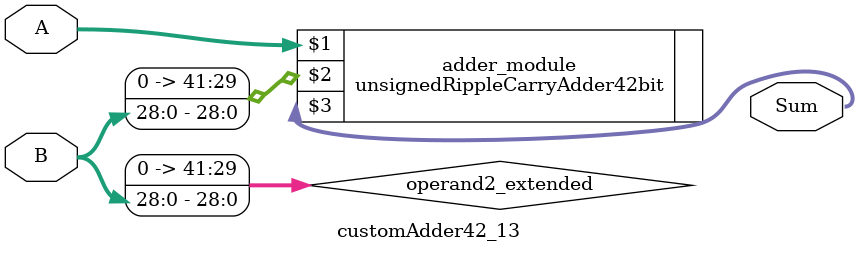
<source format=v>
module customAdder42_13(
                        input [41 : 0] A,
                        input [28 : 0] B,
                        
                        output [42 : 0] Sum
                );

        wire [41 : 0] operand2_extended;
        
        assign operand2_extended =  {13'b0, B};
        
        unsignedRippleCarryAdder42bit adder_module(
            A,
            operand2_extended,
            Sum
        );
        
        endmodule
        
</source>
